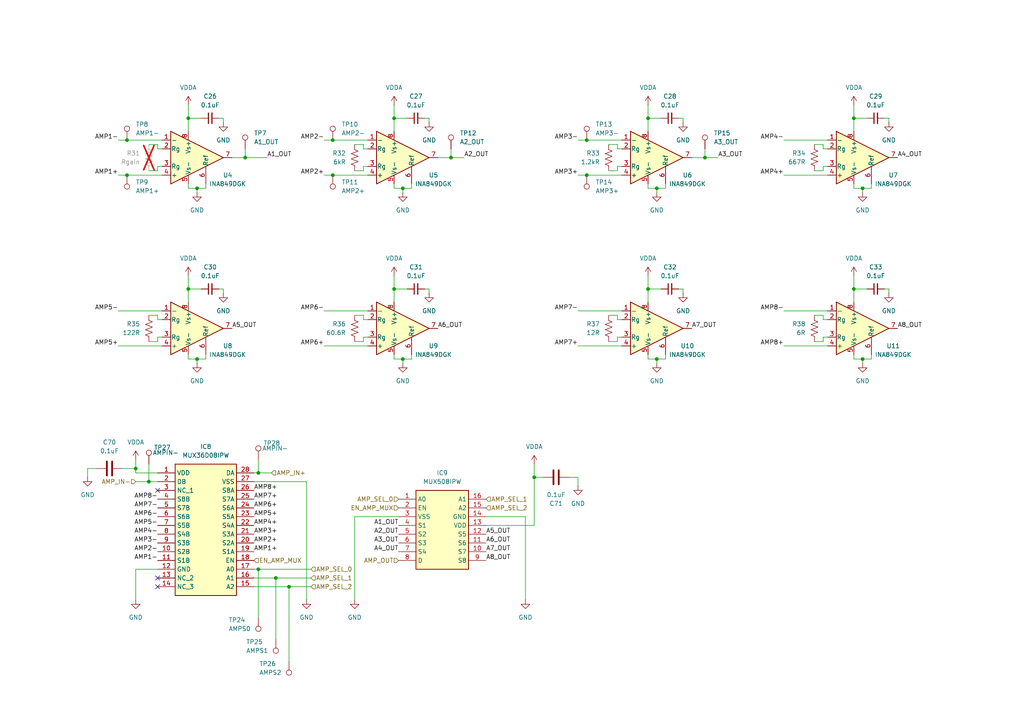
<source format=kicad_sch>
(kicad_sch (version 20250114) (generator "eeschema") (generator_version "9.0")
  (paper "A4")
  (lib_symbols
    (symbol "Amplifier_Instrumentation:INA849DGK" (pin_names (offset 0.127))
      (property "Reference" "U" (at 3.556 7.366 0))
      (property "Value" "INA849DGK" (at 7.366 5.334 0))
      (symbol "INA849DGK_0_1"
        (polyline (pts (xy -5.08 7.62) (xy -5.08 -7.62) (xy 10.16 0) (xy -5.08 7.62)) (stroke (width 0.254)) (fill (type background)))
      )
      (symbol "INA849DGK_1_1"
        (pin input line (at -7.62 5.08 0) (length 2.54) (name "-") (number "1"))
        (pin passive line (at -7.62 2.54 0) (length 2.54) (name "Rg") (number "2"))
        (pin passive line (at -7.62 -2.54 0) (length 2.54) (name "Rg") (number "3"))
        (pin input line (at -7.62 -5.08 0) (length 2.54) (name "+") (number "4"))
        (pin power_in line (at 0 7.62 270) (length 2.54) (name "Vs+") (number "8"))
        (pin power_in line (at 0 -7.62 90) (length 2.54) (name "Vs-") (number "5"))
        (pin passive line (at 5.08 -7.62 90) (length 5.08) (name "Ref") (number "6"))
        (pin output line (at 12.7 0 180) (length 2.54) (name "~") (number "7"))
      )
    )
    (symbol "Connector:TestPoint" (pin_numbers (hide yes)) (pin_names (offset 0.762) (hide yes))
      (property "Reference" "TP" (at 0 6.858 0))
      (property "Value" "TestPoint" (at 0 5.08 0))
      (symbol "TestPoint_0_1"
        (circle (center 0 3.302) (radius 0.762))
      )
      (symbol "TestPoint_1_1"
        (pin passive line (at 0 0 90) (length 2.54) (name "1") (number "1"))
      )
    )
    (symbol "Device:C" (pin_numbers (hide yes)) (pin_names (offset 0.254))
      (property "Reference" "C" (at 0.635 2.54 0))
      (property "Value" "C" (at 0.635 -2.54 0))
      (symbol "C_0_1"
        (polyline (pts (xy -2.032 0.762) (xy 2.032 0.762)) (stroke (width 0.508)))
        (polyline (pts (xy -2.032 -0.762) (xy 2.032 -0.762)) (stroke (width 0.508)))
      )
      (symbol "C_1_1"
        (pin passive line (at 0 3.81 270) (length 2.794) (name "~") (number "1"))
        (pin passive line (at 0 -3.81 90) (length 2.794) (name "~") (number "2"))
      )
    )
    (symbol "Device:C_Small" (pin_numbers (hide yes)) (pin_names (offset 0.254) (hide yes))
      (property "Reference" "C" (at 0.254 1.778 0))
      (property "Value" "C_Small" (at 0.254 -2.032 0))
      (symbol "C_Small_0_1"
        (polyline (pts (xy -1.524 0.508) (xy 1.524 0.508)) (stroke (width 0.3048)))
        (polyline (pts (xy -1.524 -0.508) (xy 1.524 -0.508)) (stroke (width 0.3302)))
      )
      (symbol "C_Small_1_1"
        (pin passive line (at 0 2.54 270) (length 2.032) (name "~") (number "1"))
        (pin passive line (at 0 -2.54 90) (length 2.032) (name "~") (number "2"))
      )
    )
    (symbol "Device:R_US" (pin_numbers (hide yes)) (pin_names (offset 0))
      (property "Reference" "R" (at 2.54 0 90))
      (property "Value" "R_US" (at -2.54 0 90))
      (symbol "R_US_0_1"
        (polyline (pts (xy 0 2.286) (xy 0 2.54)))
        (polyline (pts (xy 0 2.286) (xy 1.016 1.905) (xy 0 1.524) (xy -1.016 1.143) (xy 0 0.762)))
        (polyline (pts (xy 0 0.762) (xy 1.016 0.381) (xy 0 0) (xy -1.016 -0.381) (xy 0 -0.762)))
        (polyline (pts (xy 0 -0.762) (xy 1.016 -1.143) (xy 0 -1.524) (xy -1.016 -1.905) (xy 0 -2.286)))
        (polyline (pts (xy 0 -2.286) (xy 0 -2.54)))
      )
      (symbol "R_US_1_1"
        (pin passive line (at 0 3.81 270) (length 1.27) (name "~") (number "1"))
        (pin passive line (at 0 -3.81 90) (length 1.27) (name "~") (number "2"))
      )
    )
    (symbol "input_board:MUX36D08IPW"
      (property "Reference" "IC" (at 24.13 7.62 0))
      (property "Value" "MUX36D08IPW" (at 24.13 5.08 0))
      (symbol "MUX36D08IPW_1_1"
        (rectangle (start 5.08 2.54) (end 22.86 -35.56) (stroke (width 0.254)) (fill (type background)))
        (pin passive line (at 0 0 0) (length 5.08) (name "VDD") (number "1"))
        (pin passive line (at 0 -2.54 0) (length 5.08) (name "DB") (number "2"))
        (pin passive line (at 0 -5.08 0) (length 5.08) (name "NC_1") (number "3"))
        (pin passive line (at 0 -7.62 0) (length 5.08) (name "S8B") (number "4"))
        (pin passive line (at 0 -10.16 0) (length 5.08) (name "S7B") (number "5"))
        (pin passive line (at 0 -12.7 0) (length 5.08) (name "S6B") (number "6"))
        (pin passive line (at 0 -15.24 0) (length 5.08) (name "S5B") (number "7"))
        (pin passive line (at 0 -17.78 0) (length 5.08) (name "S4B") (number "8"))
        (pin passive line (at 0 -20.32 0) (length 5.08) (name "S3B") (number "9"))
        (pin passive line (at 0 -22.86 0) (length 5.08) (name "S2B") (number "10"))
        (pin passive line (at 0 -25.4 0) (length 5.08) (name "S1B") (number "11"))
        (pin passive line (at 0 -27.94 0) (length 5.08) (name "GND") (number "12"))
        (pin passive line (at 0 -30.48 0) (length 5.08) (name "NC_2") (number "13"))
        (pin passive line (at 0 -33.02 0) (length 5.08) (name "NC_3") (number "14"))
        (pin passive line (at 27.94 0 180) (length 5.08) (name "DA") (number "28"))
        (pin passive line (at 27.94 -2.54 180) (length 5.08) (name "VSS") (number "27"))
        (pin passive line (at 27.94 -5.08 180) (length 5.08) (name "S8A") (number "26"))
        (pin passive line (at 27.94 -7.62 180) (length 5.08) (name "S7A") (number "25"))
        (pin passive line (at 27.94 -10.16 180) (length 5.08) (name "S6A") (number "24"))
        (pin passive line (at 27.94 -12.7 180) (length 5.08) (name "S5A") (number "23"))
        (pin passive line (at 27.94 -15.24 180) (length 5.08) (name "S4A") (number "22"))
        (pin passive line (at 27.94 -17.78 180) (length 5.08) (name "S3A") (number "21"))
        (pin passive line (at 27.94 -20.32 180) (length 5.08) (name "S2A") (number "20"))
        (pin passive line (at 27.94 -22.86 180) (length 5.08) (name "S1A") (number "19"))
        (pin passive line (at 27.94 -25.4 180) (length 5.08) (name "EN") (number "18"))
        (pin passive line (at 27.94 -27.94 180) (length 5.08) (name "A0") (number "17"))
        (pin passive line (at 27.94 -30.48 180) (length 5.08) (name "A1") (number "16"))
        (pin passive line (at 27.94 -33.02 180) (length 5.08) (name "A2") (number "15"))
      )
    )
    (symbol "input_board:MUX508IPW"
      (property "Reference" "IC" (at 21.59 7.62 0))
      (property "Value" "MUX508IPW" (at 21.59 5.08 0))
      (symbol "MUX508IPW_1_1"
        (rectangle (start 5.08 2.54) (end 20.32 -20.32) (stroke (width 0.254)) (fill (type background)))
        (pin passive line (at 0 0 0) (length 5.08) (name "A0") (number "1"))
        (pin passive line (at 0 -2.54 0) (length 5.08) (name "EN") (number "2"))
        (pin passive line (at 0 -5.08 0) (length 5.08) (name "VSS") (number "3"))
        (pin passive line (at 0 -7.62 0) (length 5.08) (name "S1") (number "4"))
        (pin passive line (at 0 -10.16 0) (length 5.08) (name "S2") (number "5"))
        (pin passive line (at 0 -12.7 0) (length 5.08) (name "S3") (number "6"))
        (pin passive line (at 0 -15.24 0) (length 5.08) (name "S4") (number "7"))
        (pin passive line (at 0 -17.78 0) (length 5.08) (name "D") (number "8"))
        (pin passive line (at 25.4 0 180) (length 5.08) (name "A1") (number "16"))
        (pin passive line (at 25.4 -2.54 180) (length 5.08) (name "A2") (number "15"))
        (pin passive line (at 25.4 -5.08 180) (length 5.08) (name "GND") (number "14"))
        (pin passive line (at 25.4 -7.62 180) (length 5.08) (name "VDD") (number "13"))
        (pin passive line (at 25.4 -10.16 180) (length 5.08) (name "S5") (number "12"))
        (pin passive line (at 25.4 -12.7 180) (length 5.08) (name "S6") (number "11"))
        (pin passive line (at 25.4 -15.24 180) (length 5.08) (name "S7") (number "10"))
        (pin passive line (at 25.4 -17.78 180) (length 5.08) (name "S8") (number "9"))
      )
    )
    (symbol "power:GND" (power) (pin_numbers (hide yes)) (pin_names (offset 0) (hide yes))
      (property "Value" "GND" (at 0 -3.81 0))
      (symbol "GND_0_1"
        (polyline (pts (xy 0 0) (xy 0 -1.27) (xy 1.27 -1.27) (xy 0 -2.54) (xy -1.27 -1.27) (xy 0 -1.27)))
      )
      (symbol "GND_1_1"
        (pin power_in line (at 0 0 270) (length 0) (name "~") (number "1"))
      )
    )
    (symbol "power:VDDA" (power) (pin_numbers (hide yes)) (pin_names (offset 0) (hide yes))
      (property "Value" "VDDA" (at 0 3.556 0))
      (symbol "VDDA_0_1"
        (polyline (pts (xy -0.762 1.27) (xy 0 2.54)))
        (polyline (pts (xy 0 2.54) (xy 0.762 1.27)))
        (polyline (pts (xy 0 0) (xy 0 2.54)))
      )
      (symbol "VDDA_1_1"
        (pin power_in line (at 0 0 90) (length 0) (name "~") (number "1"))
      )
    )
  )
  (junction (at 187.96 83.82))
  (junction (at 116.84 104.14))
  (junction (at 247.65 34.29))
  (junction (at 54.61 83.82))
  (junction (at 80.01 167.64))
  (junction (at 96.52 50.8))
  (junction (at 36.83 50.8))
  (junction (at 247.65 83.82))
  (junction (at 71.12 45.72))
  (junction (at 54.61 34.29))
  (junction (at 74.93 165.1))
  (junction (at 74.93 137.16))
  (junction (at 250.19 104.14))
  (junction (at 250.19 54.61))
  (junction (at 190.5 104.14))
  (junction (at 39.37 135.89))
  (junction (at 170.18 40.64))
  (junction (at 187.96 34.29))
  (junction (at 57.15 104.14))
  (junction (at 204.47 45.72))
  (junction (at 114.3 34.29))
  (junction (at 130.81 45.72))
  (junction (at 114.3 83.82))
  (junction (at 57.15 54.61))
  (junction (at 116.84 54.61))
  (junction (at 154.94 138.43))
  (junction (at 36.83 40.64))
  (junction (at 96.52 40.64))
  (junction (at 170.18 50.8))
  (junction (at 190.5 54.61))
  (junction (at 43.18 139.7))
  (junction (at 83.82 170.18))
  (no_connect (at 45.72 142.24))
  (no_connect (at 45.72 167.64))
  (no_connect (at 45.72 170.18))
  (wire (pts (xy 93.98 100.33) (xy 106.68 100.33)))
  (wire (pts (xy 114.3 104.14) (xy 116.84 104.14)))
  (wire (pts (xy 54.61 30.48) (xy 54.61 34.29)))
  (wire (pts (xy 123.19 34.29) (xy 124.46 34.29)))
  (wire (pts (xy 57.15 54.61) (xy 59.69 54.61)))
  (wire (pts (xy 96.52 40.64) (xy 106.68 40.64)))
  (wire (pts (xy 54.61 34.29) (xy 58.42 34.29)))
  (wire (pts (xy 54.61 102.87) (xy 54.61 104.14)))
  (wire (pts (xy 102.87 149.86) (xy 102.87 173.99)))
  (wire (pts (xy 238.76 41.91) (xy 238.76 43.18)))
  (wire (pts (xy 247.65 83.82) (xy 247.65 87.63)))
  (wire (pts (xy 123.19 83.82) (xy 124.46 83.82)))
  (wire (pts (xy 179.07 43.18) (xy 180.34 43.18)))
  (wire (pts (xy 247.65 104.14) (xy 250.19 104.14)))
  (wire (pts (xy 43.18 139.7) (xy 45.72 139.7)))
  (wire (pts (xy 45.72 48.26) (xy 46.99 48.26)))
  (wire (pts (xy 93.98 50.8) (xy 96.52 50.8)))
  (wire (pts (xy 102.87 41.91) (xy 105.41 41.91)))
  (wire (pts (xy 238.76 49.53) (xy 238.76 48.26)))
  (wire (pts (xy 71.12 43.18) (xy 71.12 45.72)))
  (wire (pts (xy 105.41 97.79) (xy 106.68 97.79)))
  (wire (pts (xy 59.69 102.87) (xy 59.69 104.14)))
  (wire (pts (xy 204.47 43.18) (xy 204.47 45.72)))
  (wire (pts (xy 187.96 34.29) (xy 187.96 38.1)))
  (wire (pts (xy 114.3 54.61) (xy 116.84 54.61)))
  (wire (pts (xy 54.61 104.14) (xy 57.15 104.14)))
  (wire (pts (xy 247.65 34.29) (xy 247.65 38.1)))
  (wire (pts (xy 73.66 139.7) (xy 88.9 139.7)))
  (wire (pts (xy 187.96 102.87) (xy 187.96 104.14)))
  (wire (pts (xy 45.72 165.1) (xy 39.37 165.1)))
  (wire (pts (xy 116.84 104.14) (xy 116.84 105.41)))
  (wire (pts (xy 83.82 170.18) (xy 83.82 191.77)))
  (wire (pts (xy 187.96 80.01) (xy 187.96 83.82)))
  (wire (pts (xy 124.46 83.82) (xy 124.46 85.09)))
  (wire (pts (xy 34.29 50.8) (xy 36.83 50.8)))
  (wire (pts (xy 167.64 90.17) (xy 180.34 90.17)))
  (wire (pts (xy 187.96 83.82) (xy 187.96 87.63)))
  (wire (pts (xy 167.64 138.43) (xy 167.64 140.97)))
  (wire (pts (xy 90.17 165.1) (xy 74.93 165.1)))
  (wire (pts (xy 105.41 49.53) (xy 105.41 48.26)))
  (wire (pts (xy 250.19 104.14) (xy 250.19 105.41)))
  (wire (pts (xy 198.12 83.82) (xy 198.12 85.09)))
  (wire (pts (xy 35.56 135.89) (xy 39.37 135.89)))
  (wire (pts (xy 39.37 139.7) (xy 43.18 139.7)))
  (wire (pts (xy 105.41 41.91) (xy 105.41 43.18)))
  (wire (pts (xy 54.61 83.82) (xy 54.61 87.63)))
  (wire (pts (xy 190.5 54.61) (xy 193.04 54.61)))
  (wire (pts (xy 43.18 99.06) (xy 45.72 99.06)))
  (wire (pts (xy 45.72 99.06) (xy 45.72 97.79)))
  (wire (pts (xy 54.61 83.82) (xy 58.42 83.82)))
  (wire (pts (xy 157.48 138.43) (xy 154.94 138.43)))
  (wire (pts (xy 63.5 34.29) (xy 64.77 34.29)))
  (wire (pts (xy 250.19 104.14) (xy 252.73 104.14)))
  (wire (pts (xy 257.81 34.29) (xy 257.81 35.56)))
  (wire (pts (xy 43.18 41.91) (xy 45.72 41.91)))
  (wire (pts (xy 114.3 30.48) (xy 114.3 34.29)))
  (wire (pts (xy 227.33 40.64) (xy 240.03 40.64)))
  (wire (pts (xy 190.5 54.61) (xy 190.5 55.88)))
  (wire (pts (xy 187.96 34.29) (xy 191.77 34.29)))
  (wire (pts (xy 105.41 43.18) (xy 106.68 43.18)))
  (wire (pts (xy 45.72 43.18) (xy 46.99 43.18)))
  (wire (pts (xy 119.38 102.87) (xy 119.38 104.14)))
  (wire (pts (xy 198.12 34.29) (xy 198.12 35.56)))
  (wire (pts (xy 88.9 139.7) (xy 88.9 173.99)))
  (wire (pts (xy 39.37 133.35) (xy 39.37 135.89)))
  (wire (pts (xy 25.4 135.89) (xy 25.4 138.43)))
  (wire (pts (xy 45.72 49.53) (xy 45.72 48.26)))
  (wire (pts (xy 238.76 92.71) (xy 240.03 92.71)))
  (wire (pts (xy 236.22 91.44) (xy 238.76 91.44)))
  (wire (pts (xy 54.61 54.61) (xy 57.15 54.61)))
  (wire (pts (xy 54.61 34.29) (xy 54.61 38.1)))
  (wire (pts (xy 193.04 102.87) (xy 193.04 104.14)))
  (wire (pts (xy 256.54 83.82) (xy 257.81 83.82)))
  (wire (pts (xy 247.65 54.61) (xy 250.19 54.61)))
  (wire (pts (xy 179.07 49.53) (xy 179.07 48.26)))
  (wire (pts (xy 93.98 40.64) (xy 96.52 40.64)))
  (wire (pts (xy 187.96 54.61) (xy 190.5 54.61)))
  (wire (pts (xy 167.64 100.33) (xy 180.34 100.33)))
  (wire (pts (xy 90.17 167.64) (xy 80.01 167.64)))
  (wire (pts (xy 140.97 152.4) (xy 154.94 152.4)))
  (wire (pts (xy 114.3 53.34) (xy 114.3 54.61)))
  (wire (pts (xy 154.94 152.4) (xy 154.94 138.43)))
  (wire (pts (xy 39.37 165.1) (xy 39.37 173.99)))
  (wire (pts (xy 34.29 100.33) (xy 46.99 100.33)))
  (wire (pts (xy 167.64 50.8) (xy 170.18 50.8)))
  (wire (pts (xy 45.72 137.16) (xy 39.37 137.16)))
  (wire (pts (xy 140.97 149.86) (xy 152.4 149.86)))
  (wire (pts (xy 165.1 138.43) (xy 167.64 138.43)))
  (wire (pts (xy 114.3 83.82) (xy 114.3 87.63)))
  (wire (pts (xy 34.29 90.17) (xy 46.99 90.17)))
  (wire (pts (xy 190.5 104.14) (xy 190.5 105.41)))
  (wire (pts (xy 170.18 50.8) (xy 180.34 50.8)))
  (wire (pts (xy 236.22 49.53) (xy 238.76 49.53)))
  (wire (pts (xy 252.73 102.87) (xy 252.73 104.14)))
  (wire (pts (xy 238.76 97.79) (xy 240.03 97.79)))
  (wire (pts (xy 102.87 49.53) (xy 105.41 49.53)))
  (wire (pts (xy 250.19 54.61) (xy 250.19 55.88)))
  (wire (pts (xy 179.07 48.26) (xy 180.34 48.26)))
  (wire (pts (xy 124.46 34.29) (xy 124.46 35.56)))
  (wire (pts (xy 238.76 99.06) (xy 238.76 97.79)))
  (wire (pts (xy 45.72 91.44) (xy 45.72 92.71)))
  (wire (pts (xy 204.47 45.72) (xy 200.66 45.72)))
  (wire (pts (xy 83.82 170.18) (xy 73.66 170.18)))
  (wire (pts (xy 90.17 170.18) (xy 83.82 170.18)))
  (wire (pts (xy 74.93 165.1) (xy 73.66 165.1)))
  (wire (pts (xy 45.72 97.79) (xy 46.99 97.79)))
  (wire (pts (xy 43.18 49.53) (xy 45.72 49.53)))
  (wire (pts (xy 236.22 99.06) (xy 238.76 99.06)))
  (wire (pts (xy 63.5 83.82) (xy 64.77 83.82)))
  (wire (pts (xy 105.41 92.71) (xy 106.68 92.71)))
  (wire (pts (xy 114.3 83.82) (xy 118.11 83.82)))
  (wire (pts (xy 247.65 34.29) (xy 251.46 34.29)))
  (wire (pts (xy 247.65 30.48) (xy 247.65 34.29)))
  (wire (pts (xy 227.33 90.17) (xy 240.03 90.17)))
  (wire (pts (xy 93.98 90.17) (xy 106.68 90.17)))
  (wire (pts (xy 167.64 40.64) (xy 170.18 40.64)))
  (wire (pts (xy 105.41 99.06) (xy 105.41 97.79)))
  (wire (pts (xy 39.37 135.89) (xy 39.37 137.16)))
  (wire (pts (xy 238.76 91.44) (xy 238.76 92.71)))
  (wire (pts (xy 74.93 137.16) (xy 73.66 137.16)))
  (wire (pts (xy 227.33 100.33) (xy 240.03 100.33)))
  (wire (pts (xy 257.81 83.82) (xy 257.81 85.09)))
  (wire (pts (xy 96.52 50.8) (xy 106.68 50.8)))
  (wire (pts (xy 208.28 45.72) (xy 204.47 45.72)))
  (wire (pts (xy 170.18 40.64) (xy 180.34 40.64)))
  (wire (pts (xy 196.85 83.82) (xy 198.12 83.82)))
  (wire (pts (xy 247.65 102.87) (xy 247.65 104.14)))
  (wire (pts (xy 105.41 48.26) (xy 106.68 48.26)))
  (wire (pts (xy 114.3 80.01) (xy 114.3 83.82)))
  (wire (pts (xy 179.07 97.79) (xy 180.34 97.79)))
  (wire (pts (xy 256.54 34.29) (xy 257.81 34.29)))
  (wire (pts (xy 36.83 40.64) (xy 46.99 40.64)))
  (wire (pts (xy 134.62 45.72) (xy 130.81 45.72)))
  (wire (pts (xy 27.94 135.89) (xy 25.4 135.89)))
  (wire (pts (xy 236.22 41.91) (xy 238.76 41.91)))
  (wire (pts (xy 64.77 83.82) (xy 64.77 85.09)))
  (wire (pts (xy 187.96 104.14) (xy 190.5 104.14)))
  (wire (pts (xy 59.69 53.34) (xy 59.69 54.61)))
  (wire (pts (xy 179.07 99.06) (xy 179.07 97.79)))
  (wire (pts (xy 187.96 30.48) (xy 187.96 34.29)))
  (wire (pts (xy 36.83 50.8) (xy 46.99 50.8)))
  (wire (pts (xy 190.5 104.14) (xy 193.04 104.14)))
  (wire (pts (xy 179.07 92.71) (xy 180.34 92.71)))
  (wire (pts (xy 238.76 43.18) (xy 240.03 43.18)))
  (wire (pts (xy 116.84 54.61) (xy 119.38 54.61)))
  (wire (pts (xy 54.61 53.34) (xy 54.61 54.61)))
  (wire (pts (xy 152.4 149.86) (xy 152.4 173.99)))
  (wire (pts (xy 45.72 41.91) (xy 45.72 43.18)))
  (wire (pts (xy 80.01 167.64) (xy 73.66 167.64)))
  (wire (pts (xy 179.07 91.44) (xy 179.07 92.71)))
  (wire (pts (xy 176.53 49.53) (xy 179.07 49.53)))
  (wire (pts (xy 114.3 34.29) (xy 118.11 34.29)))
  (wire (pts (xy 250.19 54.61) (xy 252.73 54.61)))
  (wire (pts (xy 114.3 34.29) (xy 114.3 38.1)))
  (wire (pts (xy 247.65 53.34) (xy 247.65 54.61)))
  (wire (pts (xy 71.12 45.72) (xy 67.31 45.72)))
  (wire (pts (xy 116.84 104.14) (xy 119.38 104.14)))
  (wire (pts (xy 176.53 41.91) (xy 179.07 41.91)))
  (wire (pts (xy 247.65 83.82) (xy 251.46 83.82)))
  (wire (pts (xy 64.77 34.29) (xy 64.77 35.56)))
  (wire (pts (xy 176.53 99.06) (xy 179.07 99.06)))
  (wire (pts (xy 34.29 40.64) (xy 36.83 40.64)))
  (wire (pts (xy 78.74 137.16) (xy 74.93 137.16)))
  (wire (pts (xy 77.47 45.72) (xy 71.12 45.72)))
  (wire (pts (xy 43.18 91.44) (xy 45.72 91.44)))
  (wire (pts (xy 57.15 104.14) (xy 59.69 104.14)))
  (wire (pts (xy 130.81 45.72) (xy 127 45.72)))
  (wire (pts (xy 238.76 48.26) (xy 240.03 48.26)))
  (wire (pts (xy 43.18 134.62) (xy 43.18 139.7)))
  (wire (pts (xy 54.61 80.01) (xy 54.61 83.82)))
  (wire (pts (xy 57.15 54.61) (xy 57.15 55.88)))
  (wire (pts (xy 196.85 34.29) (xy 198.12 34.29)))
  (wire (pts (xy 227.33 50.8) (xy 240.03 50.8)))
  (wire (pts (xy 247.65 80.01) (xy 247.65 83.82)))
  (wire (pts (xy 102.87 99.06) (xy 105.41 99.06)))
  (wire (pts (xy 176.53 91.44) (xy 179.07 91.44)))
  (wire (pts (xy 187.96 83.82) (xy 191.77 83.82)))
  (wire (pts (xy 102.87 91.44) (xy 105.41 91.44)))
  (wire (pts (xy 130.81 43.18) (xy 130.81 45.72)))
  (wire (pts (xy 105.41 91.44) (xy 105.41 92.71)))
  (wire (pts (xy 193.04 53.34) (xy 193.04 54.61)))
  (wire (pts (xy 45.72 92.71) (xy 46.99 92.71)))
  (wire (pts (xy 116.84 54.61) (xy 116.84 55.88)))
  (wire (pts (xy 57.15 104.14) (xy 57.15 105.41)))
  (wire (pts (xy 154.94 138.43) (xy 154.94 134.62)))
  (wire (pts (xy 119.38 53.34) (xy 119.38 54.61)))
  (wire (pts (xy 179.07 41.91) (xy 179.07 43.18)))
  (wire (pts (xy 74.93 133.35) (xy 74.93 137.16)))
  (wire (pts (xy 74.93 179.07) (xy 74.93 165.1)))
  (wire (pts (xy 187.96 53.34) (xy 187.96 54.61)))
  (wire (pts (xy 114.3 102.87) (xy 114.3 104.14)))
  (wire (pts (xy 252.73 53.34) (xy 252.73 54.61)))
  (wire (pts (xy 80.01 167.64) (xy 80.01 185.42)))
  (wire (pts (xy 115.57 149.86) (xy 102.87 149.86)))
  (label "AMP8-" (at 227.33 90.17 180))
  (label "A7_OUT" (at 200.66 95.25 0))
  (label "AMP5-" (at 45.72 152.4 180))
  (label "AMP7+" (at 73.66 144.78 0))
  (label "AMP2-" (at 93.98 40.64 180))
  (label "AMP4+" (at 73.66 152.4 0))
  (label "AMP1-" (at 45.72 162.56 180))
  (label "A8_OUT" (at 140.97 162.56 0))
  (label "A1_OUT" (at 77.47 45.72 0))
  (label "AMP7-" (at 45.72 147.32 180))
  (label "A6_OUT" (at 127 95.25 0))
  (label "AMP2+" (at 93.98 50.8 180))
  (label "AMP1+" (at 73.66 160.02 0))
  (label "AMP6-" (at 45.72 149.86 180))
  (label "AMP2-" (at 45.72 160.02 180))
  (label "A7_OUT" (at 140.97 160.02 0))
  (label "AMP6+" (at 73.66 147.32 0))
  (label "A5_OUT" (at 67.31 95.25 0))
  (label "A4_OUT" (at 260.35 45.72 0))
  (label "AMP4-" (at 45.72 154.94 180))
  (label "A3_OUT" (at 115.57 157.48 180))
  (label "AMP6+" (at 93.98 100.33 180))
  (label "AMP3-" (at 167.64 40.64 180))
  (label "A8_OUT" (at 260.35 95.25 0))
  (label "A2_OUT" (at 115.57 154.94 180))
  (label "AMP5+" (at 34.29 100.33 180))
  (label "AMP7-" (at 167.64 90.17 180))
  (label "A1_OUT" (at 115.57 152.4 180))
  (label "AMP3-" (at 45.72 157.48 180))
  (label "AMP7+" (at 167.64 100.33 180))
  (label "AMP2+" (at 73.66 157.48 0))
  (label "AMP8+" (at 73.66 142.24 0))
  (label "AMP3+" (at 73.66 154.94 0))
  (label "AMP5-" (at 34.29 90.17 180))
  (label "AMP4+" (at 227.33 50.8 180))
  (label "A6_OUT" (at 140.97 157.48 0))
  (label "AMP1-" (at 34.29 40.64 180))
  (label "AMP3+" (at 167.64 50.8 180))
  (label "A5_OUT" (at 140.97 154.94 0))
  (label "AMP8-" (at 45.72 144.78 180))
  (label "A2_OUT" (at 134.62 45.72 0))
  (label "AMP5+" (at 73.66 149.86 0))
  (label "AMP8+" (at 227.33 100.33 180))
  (label "AMP6-" (at 93.98 90.17 180))
  (label "A4_OUT" (at 115.57 160.02 180))
  (label "AMP4-" (at 227.33 40.64 180))
  (label "A3_OUT" (at 208.28 45.72 0))
  (label "AMP1+" (at 34.29 50.8 180))
  (hierarchical_label "AMP_SEL_2" (shape input) (at 90.17 170.18 0))
  (hierarchical_label "AMP_IN+" (shape input) (at 78.74 137.16 0))
  (hierarchical_label "AMP_SEL_1" (shape input) (at 140.97 144.78 0))
  (hierarchical_label "AMP_IN-" (shape input) (at 39.37 139.7 180))
  (hierarchical_label "AMP_SEL_1" (shape input) (at 90.17 167.64 0))
  (hierarchical_label "EN_AMP_MUX" (shape input) (at 115.57 147.32 180))
  (hierarchical_label "AMP_SEL_0" (shape input) (at 115.57 144.78 180))
  (hierarchical_label "EN_AMP_MUX" (shape input) (at 73.66 162.56 0))
  (hierarchical_label "AMP_SEL_2" (shape input) (at 140.97 147.32 0))
  (hierarchical_label "AMP_SEL_0" (shape input) (at 90.17 165.1 0))
  (hierarchical_label "AMP_OUT" (shape input) (at 115.57 162.56 180))
  (symbol (lib_id "power:GND") (at 88.9 173.99 0) (unit 1)
    (property "Reference" "#PWR098" (effects (hide yes)))
    (property "Value" "GND" (at 88.9 179.07 0))
    (property "Description" "Power symbol creates a global label with name \"GND\" , ground" (effects (hide yes)))
  )
  (symbol (lib_id "Device:R_US") (at 102.87 45.72 0) (unit 1)
    (property "Reference" "R32" (at 100.33 44.4499 0) (effects (justify right)))
    (property "Value" "6kR" (at 100.33 46.9899 0) (effects (justify right)))
    (property "Footprint" "Resistor_SMD:R_0805_2012Metric_Pad1.20x1.40mm_HandSolder" (effects (hide yes)))
    (property "Description" "Resistor, US symbol" (effects (hide yes)))
  )
  (symbol (lib_id "power:VDDA") (at 39.37 133.35 0) (unit 1)
    (property "Reference" "#PWR095" (effects (hide yes)))
    (property "Value" "VDDA" (at 39.37 128.27 0))
    (property "Description" "Power symbol creates a global label with name \"VDDA\"" (effects (hide yes)))
  )
  (symbol (lib_id "Amplifier_Instrumentation:INA849DGK") (at 187.96 95.25 0) (unit 1)
    (property "Reference" "U10" (at 199.39 100.33 0))
    (property "Value" "INA849DGK" (at 199.39 102.87 0))
    (property "Footprint" "Package_SO:VSSOP-8_3x3mm_P0.65mm" (effects (hide yes)))
    (property "Datasheet" "https://www.ti.com/lit/ds/symlink/ina849.pdf" (effects (hide yes)))
    (property "Description" "Ultra-Low-Noise (1 nV/√Hz), 28 MHz Bandwidth, Instrumentation Amplifier, Supply Range 8V to 36V, VSSOP-8" (effects (hide yes)))
  )
  (symbol (lib_id "power:GND") (at 257.81 85.09 0) (unit 1)
    (property "Reference" "#PWR090" (effects (hide yes)))
    (property "Value" "GND" (at 257.81 90.17 0))
    (property "Description" "Power symbol creates a global label with name \"GND\" , ground" (effects (hide yes)))
  )
  (symbol (lib_id "power:VDDA") (at 54.61 80.01 0) (unit 1)
    (property "Reference" "#PWR083" (effects (hide yes)))
    (property "Value" "VDDA" (at 54.61 74.93 0))
    (property "Description" "Power symbol creates a global label with name \"VDDA\"" (effects (hide yes)))
  )
  (symbol (lib_id "Device:C_Small") (at 60.96 34.29 90) (unit 1)
    (property "Reference" "C26" (at 60.9663 27.94 90))
    (property "Value" "0.1uF" (at 60.9663 30.48 90))
    (property "Footprint" "Capacitor_SMD:C_0805_2012Metric_Pad1.18x1.45mm_HandSolder" (effects (hide yes)))
    (property "Description" "Unpolarized capacitor, small symbol" (effects (hide yes)))
  )
  (symbol (lib_id "power:GND") (at 64.77 35.56 0) (unit 1)
    (property "Reference" "#PWR075" (effects (hide yes)))
    (property "Value" "GND" (at 64.77 40.64 0))
    (property "Description" "Power symbol creates a global label with name \"GND\" , ground" (effects (hide yes)))
  )
  (symbol (lib_id "Device:R_US") (at 176.53 45.72 0) (unit 1)
    (property "Reference" "R33" (at 173.99 44.4499 0) (effects (justify right)))
    (property "Value" "1.2kR" (at 173.99 46.9899 0) (effects (justify right)))
    (property "Footprint" "Resistor_SMD:R_0805_2012Metric_Pad1.20x1.40mm_HandSolder" (effects (hide yes)))
    (property "Description" "Resistor, US symbol" (effects (hide yes)))
  )
  (symbol (lib_id "Connector:TestPoint") (at 204.47 43.18 0) (unit 1)
    (property "Reference" "TP15" (at 207.01 38.6079 0) (effects (justify left)))
    (property "Value" "A3_OUT" (at 207.01 41.1479 0) (effects (justify left)))
    (property "Footprint" "TestPoint:TestPoint_Keystone_5000-5004_Miniature" (effects (hide yes)))
    (property "Description" "test point" (effects (hide yes)))
  )
  (symbol (lib_id "power:GND") (at 57.15 55.88 0) (unit 1)
    (property "Reference" "#PWR079" (effects (hide yes)))
    (property "Value" "GND" (at 57.15 60.96 0))
    (property "Description" "Power symbol creates a global label with name \"GND\" , ground" (effects (hide yes)))
  )
  (symbol (lib_id "Connector:TestPoint") (at 71.12 43.18 0) (unit 1)
    (property "Reference" "TP7" (at 73.66 38.6079 0) (effects (justify left)))
    (property "Value" "A1_OUT" (at 73.66 41.1479 0) (effects (justify left)))
    (property "Footprint" "TestPoint:TestPoint_Keystone_5000-5004_Miniature" (effects (hide yes)))
    (property "Description" "test point" (effects (hide yes)))
  )
  (symbol (lib_id "Connector:TestPoint") (at 96.52 50.8 180) (unit 1)
    (property "Reference" "TP11" (at 99.06 52.8319 0) (effects (justify right)))
    (property "Value" "AMP2+" (at 99.06 55.3719 0) (effects (justify right)))
    (property "Footprint" "TestPoint:TestPoint_Keystone_5000-5004_Miniature" (effects (hide yes)))
    (property "Description" "test point" (effects (hide yes)))
  )
  (symbol (lib_id "Device:C_Small") (at 254 34.29 90) (unit 1)
    (property "Reference" "C29" (at 254.0063 27.94 90))
    (property "Value" "0.1uF" (at 254.0063 30.48 90))
    (property "Footprint" "Capacitor_SMD:C_0805_2012Metric_Pad1.18x1.45mm_HandSolder" (effects (hide yes)))
    (property "Description" "Unpolarized capacitor, small symbol" (effects (hide yes)))
  )
  (symbol (lib_id "power:GND") (at 102.87 173.99 0) (unit 1)
    (property "Reference" "#PWR099" (effects (hide yes)))
    (property "Value" "GND" (at 102.87 179.07 0))
    (property "Description" "Power symbol creates a global label with name \"GND\" , ground" (effects (hide yes)))
  )
  (symbol (lib_id "Amplifier_Instrumentation:INA849DGK") (at 247.65 45.72 0) (unit 1)
    (property "Reference" "U7" (at 259.08 50.8 0))
    (property "Value" "INA849DGK" (at 259.08 53.34 0))
    (property "Footprint" "Package_SO:VSSOP-8_3x3mm_P0.65mm" (effects (hide yes)))
    (property "Datasheet" "https://www.ti.com/lit/ds/symlink/ina849.pdf" (effects (hide yes)))
    (property "Description" "Ultra-Low-Noise (1 nV/√Hz), 28 MHz Bandwidth, Instrumentation Amplifier, Supply Range 8V to 36V, VSSOP-8" (effects (hide yes)))
  )
  (symbol (lib_id "Amplifier_Instrumentation:INA849DGK") (at 54.61 45.72 0) (unit 1)
    (property "Reference" "U4" (at 66.04 50.8 0))
    (property "Value" "INA849DGK" (at 66.04 53.34 0))
    (property "Footprint" "Package_SO:VSSOP-8_3x3mm_P0.65mm" (effects (hide yes)))
    (property "Datasheet" "https://www.ti.com/lit/ds/symlink/ina849.pdf" (effects (hide yes)))
    (property "Description" "Ultra-Low-Noise (1 nV/√Hz), 28 MHz Bandwidth, Instrumentation Amplifier, Supply Range 8V to 36V, VSSOP-8" (effects (hide yes)))
  )
  (symbol (lib_id "power:GND") (at 257.81 35.56 0) (unit 1)
    (property "Reference" "#PWR078" (effects (hide yes)))
    (property "Value" "GND" (at 257.81 40.64 0))
    (property "Description" "Power symbol creates a global label with name \"GND\" , ground" (effects (hide yes)))
  )
  (symbol (lib_id "Device:R_US") (at 102.87 95.25 0) (unit 1)
    (property "Reference" "R36" (at 100.33 93.9799 0) (effects (justify right)))
    (property "Value" "60.6R" (at 100.33 96.5199 0) (effects (justify right)))
    (property "Footprint" "Resistor_SMD:R_0805_2012Metric_Pad1.20x1.40mm_HandSolder" (effects (hide yes)))
    (property "Description" "Resistor, US symbol" (effects (hide yes)))
  )
  (symbol (lib_id "Amplifier_Instrumentation:INA849DGK") (at 114.3 95.25 0) (unit 1)
    (property "Reference" "U9" (at 125.73 100.33 0))
    (property "Value" "INA849DGK" (at 125.73 102.87 0))
    (property "Footprint" "Package_SO:VSSOP-8_3x3mm_P0.65mm" (effects (hide yes)))
    (property "Datasheet" "https://www.ti.com/lit/ds/symlink/ina849.pdf" (effects (hide yes)))
    (property "Description" "Ultra-Low-Noise (1 nV/√Hz), 28 MHz Bandwidth, Instrumentation Amplifier, Supply Range 8V to 36V, VSSOP-8" (effects (hide yes)))
  )
  (symbol (lib_id "Device:C_Small") (at 120.65 83.82 90) (unit 1)
    (property "Reference" "C31" (at 120.6563 77.47 90))
    (property "Value" "0.1uF" (at 120.6563 80.01 90))
    (property "Footprint" "Capacitor_SMD:C_0805_2012Metric_Pad1.18x1.45mm_HandSolder" (effects (hide yes)))
    (property "Description" "Unpolarized capacitor, small symbol" (effects (hide yes)))
  )
  (symbol (lib_id "power:GND") (at 25.4 138.43 0) (unit 1)
    (property "Reference" "#PWR0148" (effects (hide yes)))
    (property "Value" "GND" (at 25.4 143.51 0))
    (property "Description" "Power symbol creates a global label with name \"GND\" , ground" (effects (hide yes)))
  )
  (symbol (lib_id "Device:R_US") (at 176.53 95.25 0) (unit 1)
    (property "Reference" "R37" (at 173.99 93.9799 0) (effects (justify right)))
    (property "Value" "12R" (at 173.99 96.5199 0) (effects (justify right)))
    (property "Footprint" "Resistor_SMD:R_0805_2012Metric_Pad1.20x1.40mm_HandSolder" (effects (hide yes)))
    (property "Description" "Resistor, US symbol" (effects (hide yes)))
  )
  (symbol (lib_id "power:VDDA") (at 187.96 80.01 0) (unit 1)
    (property "Reference" "#PWR085" (effects (hide yes)))
    (property "Value" "VDDA" (at 187.96 74.93 0))
    (property "Description" "Power symbol creates a global label with name \"VDDA\"" (effects (hide yes)))
  )
  (symbol (lib_id "Connector:TestPoint") (at 83.82 191.77 180) (unit 1)
    (property "Reference" "TP26" (at 75.184 192.532 0) (effects (justify right)))
    (property "Value" "AMPS2" (at 75.184 195.072 0) (effects (justify right)))
    (property "Footprint" "TestPoint:TestPoint_Keystone_5000-5004_Miniature" (effects (hide yes)))
    (property "Description" "test point" (effects (hide yes)))
  )
  (symbol (lib_id "power:GND") (at 39.37 173.99 0) (unit 1)
    (property "Reference" "#PWR097" (effects (hide yes)))
    (property "Value" "GND" (at 39.37 179.07 0))
    (property "Description" "Power symbol creates a global label with name \"GND\" , ground" (effects (hide yes)))
  )
  (symbol (lib_id "Device:C_Small") (at 60.96 83.82 90) (unit 1)
    (property "Reference" "C30" (at 60.9663 77.47 90))
    (property "Value" "0.1uF" (at 60.9663 80.01 90))
    (property "Footprint" "Capacitor_SMD:C_0805_2012Metric_Pad1.18x1.45mm_HandSolder" (effects (hide yes)))
    (property "Description" "Unpolarized capacitor, small symbol" (effects (hide yes)))
  )
  (symbol (lib_id "Connector:TestPoint") (at 80.01 185.42 180) (unit 1)
    (property "Reference" "TP25" (at 71.374 186.182 0) (effects (justify right)))
    (property "Value" "AMPS1" (at 71.374 188.722 0) (effects (justify right)))
    (property "Footprint" "TestPoint:TestPoint_Keystone_5000-5004_Miniature" (effects (hide yes)))
    (property "Description" "test point" (effects (hide yes)))
  )
  (symbol (lib_id "Device:C_Small") (at 254 83.82 90) (unit 1)
    (property "Reference" "C33" (at 254.0063 77.47 90))
    (property "Value" "0.1uF" (at 254.0063 80.01 90))
    (property "Footprint" "Capacitor_SMD:C_0805_2012Metric_Pad1.18x1.45mm_HandSolder" (effects (hide yes)))
    (property "Description" "Unpolarized capacitor, small symbol" (effects (hide yes)))
  )
  (symbol (lib_id "Connector:TestPoint") (at 170.18 50.8 180) (unit 1)
    (property "Reference" "TP14" (at 172.72 52.8319 0) (effects (justify right)))
    (property "Value" "AMP3+" (at 172.72 55.3719 0) (effects (justify right)))
    (property "Footprint" "TestPoint:TestPoint_Keystone_5000-5004_Miniature" (effects (hide yes)))
    (property "Description" "test point" (effects (hide yes)))
  )
  (symbol (lib_id "Device:C_Small") (at 194.31 34.29 90) (unit 1)
    (property "Reference" "C28" (at 194.3163 27.94 90))
    (property "Value" "0.1uF" (at 194.3163 30.48 90))
    (property "Footprint" "Capacitor_SMD:C_0805_2012Metric_Pad1.18x1.45mm_HandSolder" (effects (hide yes)))
    (property "Description" "Unpolarized capacitor, small symbol" (effects (hide yes)))
  )
  (symbol (lib_id "Connector:TestPoint") (at 74.93 133.35 0) (unit 1)
    (property "Reference" "TP28" (at 81.28 128.524 0) (effects (justify right)))
    (property "Value" "AMPIN-" (at 83.566 130.048 0) (effects (justify right)))
    (property "Footprint" "TestPoint:TestPoint_Keystone_5000-5004_Miniature" (effects (hide yes)))
    (property "Description" "test point" (effects (hide yes)))
  )
  (symbol (lib_id "Amplifier_Instrumentation:INA849DGK") (at 187.96 45.72 0) (unit 1)
    (property "Reference" "U6" (at 199.39 50.8 0))
    (property "Value" "INA849DGK" (at 199.39 53.34 0))
    (property "Footprint" "Package_SO:VSSOP-8_3x3mm_P0.65mm" (effects (hide yes)))
    (property "Datasheet" "https://www.ti.com/lit/ds/symlink/ina849.pdf" (effects (hide yes)))
    (property "Description" "Ultra-Low-Noise (1 nV/√Hz), 28 MHz Bandwidth, Instrumentation Amplifier, Supply Range 8V to 36V, VSSOP-8" (effects (hide yes)))
  )
  (symbol (lib_id "Device:C") (at 31.75 135.89 90) (unit 1)
    (property "Reference" "C70" (at 31.75 128.27 90))
    (property "Value" "0.1uF" (at 31.75 130.81 90))
    (property "Footprint" "Capacitor_SMD:C_0805_2012Metric_Pad1.18x1.45mm_HandSolder" (effects (hide yes)))
    (property "Description" "Unpolarized capacitor" (effects (hide yes)))
  )
  (symbol (lib_id "power:VDDA") (at 114.3 80.01 0) (unit 1)
    (property "Reference" "#PWR084" (effects (hide yes)))
    (property "Value" "VDDA" (at 114.3 74.93 0))
    (property "Description" "Power symbol creates a global label with name \"VDDA\"" (effects (hide yes)))
  )
  (symbol (lib_id "power:VDDA") (at 154.94 134.62 0) (unit 1)
    (property "Reference" "#PWR096" (effects (hide yes)))
    (property "Value" "VDDA" (at 154.94 129.54 0))
    (property "Description" "Power symbol creates a global label with name \"VDDA\"" (effects (hide yes)))
  )
  (symbol (lib_id "Amplifier_Instrumentation:INA849DGK") (at 247.65 95.25 0) (unit 1)
    (property "Reference" "U11" (at 259.08 100.33 0))
    (property "Value" "INA849DGK" (at 259.08 102.87 0))
    (property "Footprint" "Package_SO:VSSOP-8_3x3mm_P0.65mm" (effects (hide yes)))
    (property "Datasheet" "https://www.ti.com/lit/ds/symlink/ina849.pdf" (effects (hide yes)))
    (property "Description" "Ultra-Low-Noise (1 nV/√Hz), 28 MHz Bandwidth, Instrumentation Amplifier, Supply Range 8V to 36V, VSSOP-8" (effects (hide yes)))
  )
  (symbol (lib_id "Connector:TestPoint") (at 43.18 134.62 0) (unit 1)
    (property "Reference" "TP27" (at 49.53 129.794 0) (effects (justify right)))
    (property "Value" "AMPIN-" (at 51.816 131.318 0) (effects (justify right)))
    (property "Footprint" "TestPoint:TestPoint_Keystone_5000-5004_Miniature" (effects (hide yes)))
    (property "Description" "test point" (effects (hide yes)))
  )
  (symbol (lib_id "power:GND") (at 250.19 55.88 0) (unit 1)
    (property "Reference" "#PWR082" (effects (hide yes)))
    (property "Value" "GND" (at 250.19 60.96 0))
    (property "Description" "Power symbol creates a global label with name \"GND\" , ground" (effects (hide yes)))
  )
  (symbol (lib_id "power:GND") (at 64.77 85.09 0) (unit 1)
    (property "Reference" "#PWR087" (effects (hide yes)))
    (property "Value" "GND" (at 64.77 90.17 0))
    (property "Description" "Power symbol creates a global label with name \"GND\" , ground" (effects (hide yes)))
  )
  (symbol (lib_id "Connector:TestPoint") (at 170.18 40.64 0) (unit 1)
    (property "Reference" "TP13" (at 172.72 36.0679 0) (effects (justify left)))
    (property "Value" "AMP3-" (at 172.72 38.6079 0) (effects (justify left)))
    (property "Footprint" "TestPoint:TestPoint_Keystone_5000-5004_Miniature" (effects (hide yes)))
    (property "Description" "test point" (effects (hide yes)))
  )
  (symbol (lib_id "power:VDDA") (at 54.61 30.48 0) (unit 1)
    (property "Reference" "#PWR071" (effects (hide yes)))
    (property "Value" "VDDA" (at 54.61 25.4 0))
    (property "Description" "Power symbol creates a global label with name \"VDDA\"" (effects (hide yes)))
  )
  (symbol (lib_id "power:GND") (at 116.84 105.41 0) (unit 1)
    (property "Reference" "#PWR092" (effects (hide yes)))
    (property "Value" "GND" (at 116.84 110.49 0))
    (property "Description" "Power symbol creates a global label with name \"GND\" , ground" (effects (hide yes)))
  )
  (symbol (lib_id "power:GND") (at 250.19 105.41 0) (unit 1)
    (property "Reference" "#PWR094" (effects (hide yes)))
    (property "Value" "GND" (at 250.19 110.49 0))
    (property "Description" "Power symbol creates a global label with name \"GND\" , ground" (effects (hide yes)))
  )
  (symbol (lib_id "Connector:TestPoint") (at 36.83 50.8 180) (unit 1)
    (property "Reference" "TP9" (at 39.37 52.8319 0) (effects (justify right)))
    (property "Value" "AMP1+" (at 39.37 55.3719 0) (effects (justify right)))
    (property "Footprint" "TestPoint:TestPoint_Keystone_5000-5004_Miniature" (effects (hide yes)))
    (property "Description" "test point" (effects (hide yes)))
  )
  (symbol (lib_id "power:GND") (at 198.12 35.56 0) (unit 1)
    (property "Reference" "#PWR077" (effects (hide yes)))
    (property "Value" "GND" (at 198.12 40.64 0))
    (property "Description" "Power symbol creates a global label with name \"GND\" , ground" (effects (hide yes)))
  )
  (symbol (lib_id "power:GND") (at 190.5 105.41 0) (unit 1)
    (property "Reference" "#PWR093" (effects (hide yes)))
    (property "Value" "GND" (at 190.5 110.49 0))
    (property "Description" "Power symbol creates a global label with name \"GND\" , ground" (effects (hide yes)))
  )
  (symbol (lib_id "power:GND") (at 124.46 35.56 0) (unit 1)
    (property "Reference" "#PWR076" (effects (hide yes)))
    (property "Value" "GND" (at 124.46 40.64 0))
    (property "Description" "Power symbol creates a global label with name \"GND\" , ground" (effects (hide yes)))
  )
  (symbol (lib_id "power:GND") (at 190.5 55.88 0) (unit 1)
    (property "Reference" "#PWR081" (effects (hide yes)))
    (property "Value" "GND" (at 190.5 60.96 0))
    (property "Description" "Power symbol creates a global label with name \"GND\" , ground" (effects (hide yes)))
  )
  (symbol (lib_id "Connector:TestPoint") (at 96.52 40.64 0) (unit 1)
    (property "Reference" "TP10" (at 99.06 36.0679 0) (effects (justify left)))
    (property "Value" "AMP2-" (at 99.06 38.6079 0) (effects (justify left)))
    (property "Footprint" "TestPoint:TestPoint_Keystone_5000-5004_Miniature" (effects (hide yes)))
    (property "Description" "test point" (effects (hide yes)))
  )
  (symbol (lib_id "Connector:TestPoint") (at 74.93 179.07 180) (unit 1)
    (property "Reference" "TP24" (at 66.294 179.832 0) (effects (justify right)))
    (property "Value" "AMPS0" (at 66.294 182.372 0) (effects (justify right)))
    (property "Footprint" "TestPoint:TestPoint_Keystone_5000-5004_Miniature" (effects (hide yes)))
    (property "Description" "test point" (effects (hide yes)))
  )
  (symbol (lib_id "Connector:TestPoint") (at 36.83 40.64 0) (unit 1)
    (property "Reference" "TP8" (at 39.37 36.0679 0) (effects (justify left)))
    (property "Value" "AMP1-" (at 39.37 38.6079 0) (effects (justify left)))
    (property "Footprint" "TestPoint:TestPoint_Keystone_5000-5004_Miniature" (effects (hide yes)))
    (property "Description" "test point" (effects (hide yes)))
  )
  (symbol (lib_id "Device:C_Small") (at 120.65 34.29 90) (unit 1)
    (property "Reference" "C27" (at 120.6563 27.94 90))
    (property "Value" "0.1uF" (at 120.6563 30.48 90))
    (property "Footprint" "Capacitor_SMD:C_0805_2012Metric_Pad1.18x1.45mm_HandSolder" (effects (hide yes)))
    (property "Description" "Unpolarized capacitor, small symbol" (effects (hide yes)))
  )
  (symbol (lib_id "power:VDDA") (at 114.3 30.48 0) (unit 1)
    (property "Reference" "#PWR072" (effects (hide yes)))
    (property "Value" "VDDA" (at 114.3 25.4 0))
    (property "Description" "Power symbol creates a global label with name \"VDDA\"" (effects (hide yes)))
  )
  (symbol (lib_id "input_board:MUX36D08IPW") (at 45.72 137.16 0) (unit 1)
    (property "Reference" "IC8" (at 59.69 129.54 0))
    (property "Value" "MUX36D08IPW" (at 59.69 132.08 0))
    (property "Footprint" "input_board:SOP65P640X120-28N" (effects (hide yes)))
    (property "Datasheet" "https://www.ti.com/lit/ds/symlink/mux36d08.pdf?ts=1619088802038&ref_url=https%253A%252F%252Fwww.ti.com%252Fstore%252Fti%252Fen%252Fp%252Fproduct%252F%253Fp%253DMUX36D08IPW%2526keyMatch%253DMUX36D08IPW%2526tisearch%253Dsearch-everything%2526usecase%253DOPN" (effects (hide yes)))
    (property "Description" "Multiplexer Switch ICs 36-V, Low-Capacitance, Low Charge Injection, Precision Analog Multiplexers 28-TSSOP -40 to 125" (effects (hide yes)))
    (property "Height" "1.2" (effects (hide yes)))
    (property "Manufacturer_Name" "Texas Instruments" (effects (hide yes)))
    (property "Manufacturer_Part_Number" "MUX36D08IPW" (effects (hide yes)))
    (property "Mouser Part Number" "595-MUX36D08IPW" (effects (hide yes)))
    (property "Mouser Price/Stock" "https://www.mouser.co.uk/ProductDetail/Texas-Instruments/MUX36D08IPW?qs=34RfhUjJmKdGzdd4WntENg%3D%3D" (effects (hide yes)))
    (property "Arrow Part Number" "MUX36D08IPW" (effects (hide yes)))
    (property "Arrow Price/Stock" "https://www.arrow.com/en/products/mux36d08ipw/texas-instruments" (effects (hide yes)))
  )
  (symbol (lib_id "Device:C") (at 161.29 138.43 270) (unit 1)
    (property "Reference" "C71" (at 161.29 146.05 90))
    (property "Value" "0.1uF" (at 161.29 143.51 90))
    (property "Footprint" "Capacitor_SMD:C_0805_2012Metric_Pad1.18x1.45mm_HandSolder" (effects (hide yes)))
    (property "Description" "Unpolarized capacitor" (effects (hide yes)))
  )
  (symbol (lib_id "input_board:MUX508IPW") (at 115.57 144.78 0) (unit 1)
    (property "Reference" "IC9" (at 128.27 137.16 0))
    (property "Value" "MUX508IPW" (at 128.27 139.7 0))
    (property "Footprint" "input_board:SOP65P640X120-16N" (effects (hide yes)))
    (property "Datasheet" "http://www.ti.com/lit/gpn/MUX508" (effects (hide yes)))
    (property "Description" "36-V, Low-Capacitance, Low-Leakage-Current, Precision, Analog Multiplexer" (effects (hide yes)))
    (property "Height" "1.2" (effects (hide yes)))
    (property "Manufacturer_Name" "Texas Instruments" (effects (hide yes)))
    (property "Manufacturer_Part_Number" "MUX508IPW" (effects (hide yes)))
    (property "Mouser Part Number" "595-MUX508IPW" (effects (hide yes)))
    (property "Mouser Price/Stock" "https://www.mouser.co.uk/ProductDetail/Texas-Instruments/MUX508IPW?qs=gMfM3zrbS4oAECDvY69ETg%3D%3D" (effects (hide yes)))
    (property "Arrow Part Number" "MUX508IPW" (effects (hide yes)))
    (property "Arrow Price/Stock" "null?utm_currency=USD&region=nac" (effects (hide yes)))
  )
  (symbol (lib_id "Connector:TestPoint") (at 130.81 43.18 0) (unit 1)
    (property "Reference" "TP12" (at 133.35 38.6079 0) (effects (justify left)))
    (property "Value" "A2_OUT" (at 133.35 41.1479 0) (effects (justify left)))
    (property "Footprint" "TestPoint:TestPoint_Keystone_5000-5004_Miniature" (effects (hide yes)))
    (property "Description" "test point" (effects (hide yes)))
  )
  (symbol (lib_id "power:GND") (at 57.15 105.41 0) (unit 1)
    (property "Reference" "#PWR091" (effects (hide yes)))
    (property "Value" "GND" (at 57.15 110.49 0))
    (property "Description" "Power symbol creates a global label with name \"GND\" , ground" (effects (hide yes)))
  )
  (symbol (lib_id "power:GND") (at 116.84 55.88 0) (unit 1)
    (property "Reference" "#PWR080" (effects (hide yes)))
    (property "Value" "GND" (at 116.84 60.96 0))
    (property "Description" "Power symbol creates a global label with name \"GND\" , ground" (effects (hide yes)))
  )
  (symbol (lib_id "Device:R_US") (at 236.22 45.72 0) (unit 1)
    (property "Reference" "R34" (at 233.68 44.4499 0) (effects (justify right)))
    (property "Value" "667R" (at 233.68 46.9899 0) (effects (justify right)))
    (property "Footprint" "Resistor_SMD:R_0805_2012Metric_Pad1.20x1.40mm_HandSolder" (effects (hide yes)))
    (property "Description" "Resistor, US symbol" (effects (hide yes)))
  )
  (symbol (lib_id "power:GND") (at 167.64 140.97 0) (unit 1)
    (property "Reference" "#PWR0149" (effects (hide yes)))
    (property "Value" "GND" (at 167.64 146.05 0))
    (property "Description" "Power symbol creates a global label with name \"GND\" , ground" (effects (hide yes)))
  )
  (symbol (lib_id "Device:R_US") (at 43.18 95.25 0) (unit 1)
    (property "Reference" "R35" (at 40.64 93.9799 0) (effects (justify right)))
    (property "Value" "122R" (at 40.64 96.5199 0) (effects (justify right)))
    (property "Footprint" "Resistor_SMD:R_0805_2012Metric_Pad1.20x1.40mm_HandSolder" (effects (hide yes)))
    (property "Description" "Resistor, US symbol" (effects (hide yes)))
  )
  (symbol (lib_id "power:GND") (at 124.46 85.09 0) (unit 1)
    (property "Reference" "#PWR088" (effects (hide yes)))
    (property "Value" "GND" (at 124.46 90.17 0))
    (property "Description" "Power symbol creates a global label with name \"GND\" , ground" (effects (hide yes)))
  )
  (symbol (lib_id "power:VDDA") (at 187.96 30.48 0) (unit 1)
    (property "Reference" "#PWR073" (effects (hide yes)))
    (property "Value" "VDDA" (at 187.96 25.4 0))
    (property "Description" "Power symbol creates a global label with name \"VDDA\"" (effects (hide yes)))
  )
  (symbol (lib_id "Device:R_US") (at 43.18 45.72 0) (unit 1) (in_bom no) (on_board no) (dnp yes)
    (property "Reference" "R31" (at 40.64 44.4499 0) (effects (justify right)))
    (property "Value" "Rgain" (at 40.64 46.9899 0) (effects (justify right)))
    (property "Description" "Resistor, US symbol" (effects (hide yes)))
  )
  (symbol (lib_id "Device:R_US") (at 236.22 95.25 0) (unit 1)
    (property "Reference" "R38" (at 233.68 93.9799 0) (effects (justify right)))
    (property "Value" "6R" (at 233.68 96.5199 0) (effects (justify right)))
    (property "Footprint" "Resistor_SMD:R_0805_2012Metric_Pad1.20x1.40mm_HandSolder" (effects (hide yes)))
    (property "Description" "Resistor, US symbol" (effects (hide yes)))
  )
  (symbol (lib_id "power:VDDA") (at 247.65 80.01 0) (unit 1)
    (property "Reference" "#PWR086" (effects (hide yes)))
    (property "Value" "VDDA" (at 247.65 74.93 0))
    (property "Description" "Power symbol creates a global label with name \"VDDA\"" (effects (hide yes)))
  )
  (symbol (lib_id "Device:C_Small") (at 194.31 83.82 90) (unit 1)
    (property "Reference" "C32" (at 194.3163 77.47 90))
    (property "Value" "0.1uF" (at 194.3163 80.01 90))
    (property "Footprint" "Capacitor_SMD:C_0805_2012Metric_Pad1.18x1.45mm_HandSolder" (effects (hide yes)))
    (property "Description" "Unpolarized capacitor, small symbol" (effects (hide yes)))
  )
  (symbol (lib_id "Amplifier_Instrumentation:INA849DGK") (at 114.3 45.72 0) (unit 1)
    (property "Reference" "U5" (at 125.73 50.8 0))
    (property "Value" "INA849DGK" (at 125.73 53.34 0))
    (property "Footprint" "Package_SO:VSSOP-8_3x3mm_P0.65mm" (effects (hide yes)))
    (property "Datasheet" "https://www.ti.com/lit/ds/symlink/ina849.pdf" (effects (hide yes)))
    (property "Description" "Ultra-Low-Noise (1 nV/√Hz), 28 MHz Bandwidth, Instrumentation Amplifier, Supply Range 8V to 36V, VSSOP-8" (effects (hide yes)))
  )
  (symbol (lib_id "power:VDDA") (at 247.65 30.48 0) (unit 1)
    (property "Reference" "#PWR074" (effects (hide yes)))
    (property "Value" "VDDA" (at 247.65 25.4 0))
    (property "Description" "Power symbol creates a global label with name \"VDDA\"" (effects (hide yes)))
  )
  (symbol (lib_id "power:GND") (at 152.4 173.99 0) (unit 1)
    (property "Reference" "#PWR0100" (effects (hide yes)))
    (property "Value" "GND" (at 152.4 179.07 0))
    (property "Description" "Power symbol creates a global label with name \"GND\" , ground" (effects (hide yes)))
  )
  (symbol (lib_id "Amplifier_Instrumentation:INA849DGK") (at 54.61 95.25 0) (unit 1)
    (property "Reference" "U8" (at 66.04 100.33 0))
    (property "Value" "INA849DGK" (at 66.04 102.87 0))
    (property "Footprint" "Package_SO:VSSOP-8_3x3mm_P0.65mm" (effects (hide yes)))
    (property "Datasheet" "https://www.ti.com/lit/ds/symlink/ina849.pdf" (effects (hide yes)))
    (property "Description" "Ultra-Low-Noise (1 nV/√Hz), 28 MHz Bandwidth, Instrumentation Amplifier, Supply Range 8V to 36V, VSSOP-8" (effects (hide yes)))
  )
  (symbol (lib_id "power:GND") (at 198.12 85.09 0) (unit 1)
    (property "Reference" "#PWR089" (effects (hide yes)))
    (property "Value" "GND" (at 198.12 90.17 0))
    (property "Description" "Power symbol creates a global label with name \"GND\" , ground" (effects (hide yes)))
  )
)
</source>
